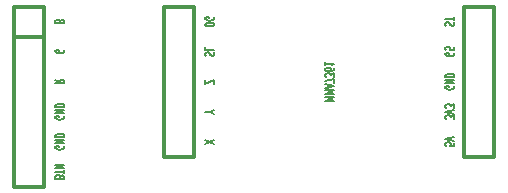
<source format=gbo>
G04 (created by PCBNEW (2013-jul-07)-stable) date wo 20 nov 2013 00:02:11 CET*
%MOIN*%
G04 Gerber Fmt 3.4, Leading zero omitted, Abs format*
%FSLAX34Y34*%
G01*
G70*
G90*
G04 APERTURE LIST*
%ADD10C,0.00393701*%
%ADD11C,0.005*%
%ADD12C,0.012*%
G04 APERTURE END LIST*
G54D10*
G54D11*
X22728Y-23097D02*
X23028Y-23097D01*
X22814Y-23030D01*
X23028Y-22964D01*
X22728Y-22964D01*
X22728Y-22869D02*
X23028Y-22869D01*
X22814Y-22802D01*
X23028Y-22735D01*
X22728Y-22735D01*
X22814Y-22650D02*
X22814Y-22554D01*
X22728Y-22669D02*
X23028Y-22602D01*
X22728Y-22535D01*
X23028Y-22488D02*
X23028Y-22354D01*
X22728Y-22440D01*
X23028Y-22297D02*
X23028Y-22173D01*
X22914Y-22240D01*
X22914Y-22211D01*
X22900Y-22192D01*
X22885Y-22183D01*
X22857Y-22173D01*
X22785Y-22173D01*
X22757Y-22183D01*
X22742Y-22192D01*
X22728Y-22211D01*
X22728Y-22269D01*
X22742Y-22288D01*
X22757Y-22297D01*
X23028Y-22002D02*
X23028Y-22040D01*
X23014Y-22059D01*
X23000Y-22069D01*
X22957Y-22088D01*
X22900Y-22097D01*
X22785Y-22097D01*
X22757Y-22088D01*
X22742Y-22078D01*
X22728Y-22059D01*
X22728Y-22021D01*
X22742Y-22002D01*
X22757Y-21992D01*
X22785Y-21983D01*
X22857Y-21983D01*
X22885Y-21992D01*
X22900Y-22002D01*
X22914Y-22021D01*
X22914Y-22059D01*
X22900Y-22078D01*
X22885Y-22088D01*
X22857Y-22097D01*
X22728Y-21792D02*
X22728Y-21907D01*
X22728Y-21849D02*
X23028Y-21849D01*
X22985Y-21869D01*
X22957Y-21888D01*
X22942Y-21907D01*
X26742Y-20583D02*
X26728Y-20554D01*
X26728Y-20507D01*
X26742Y-20488D01*
X26757Y-20478D01*
X26785Y-20469D01*
X26814Y-20469D01*
X26842Y-20478D01*
X26857Y-20488D01*
X26871Y-20507D01*
X26885Y-20545D01*
X26900Y-20564D01*
X26914Y-20573D01*
X26942Y-20583D01*
X26971Y-20583D01*
X27000Y-20573D01*
X27014Y-20564D01*
X27028Y-20545D01*
X27028Y-20497D01*
X27014Y-20469D01*
X27028Y-20411D02*
X27028Y-20297D01*
X26728Y-20354D02*
X27028Y-20354D01*
X19028Y-20559D02*
X19028Y-20540D01*
X19014Y-20521D01*
X19000Y-20511D01*
X18971Y-20502D01*
X18914Y-20492D01*
X18842Y-20492D01*
X18785Y-20502D01*
X18757Y-20511D01*
X18742Y-20521D01*
X18728Y-20540D01*
X18728Y-20559D01*
X18742Y-20578D01*
X18757Y-20588D01*
X18785Y-20597D01*
X18842Y-20607D01*
X18914Y-20607D01*
X18971Y-20597D01*
X19000Y-20588D01*
X19014Y-20578D01*
X19028Y-20559D01*
X19014Y-20302D02*
X19028Y-20321D01*
X19028Y-20350D01*
X19014Y-20378D01*
X18985Y-20397D01*
X18957Y-20407D01*
X18900Y-20416D01*
X18857Y-20416D01*
X18800Y-20407D01*
X18771Y-20397D01*
X18742Y-20378D01*
X18728Y-20350D01*
X18728Y-20330D01*
X18742Y-20302D01*
X18757Y-20292D01*
X18857Y-20292D01*
X18857Y-20330D01*
X27014Y-21492D02*
X27028Y-21511D01*
X27028Y-21540D01*
X27014Y-21569D01*
X26985Y-21588D01*
X26957Y-21597D01*
X26900Y-21607D01*
X26857Y-21607D01*
X26800Y-21597D01*
X26771Y-21588D01*
X26742Y-21569D01*
X26728Y-21540D01*
X26728Y-21521D01*
X26742Y-21492D01*
X26757Y-21483D01*
X26857Y-21483D01*
X26857Y-21521D01*
X26742Y-21407D02*
X26728Y-21378D01*
X26728Y-21330D01*
X26742Y-21311D01*
X26757Y-21302D01*
X26785Y-21292D01*
X26814Y-21292D01*
X26842Y-21302D01*
X26857Y-21311D01*
X26871Y-21330D01*
X26885Y-21369D01*
X26900Y-21388D01*
X26914Y-21397D01*
X26942Y-21407D01*
X26971Y-21407D01*
X27000Y-21397D01*
X27014Y-21388D01*
X27028Y-21369D01*
X27028Y-21321D01*
X27014Y-21292D01*
X27014Y-22602D02*
X27028Y-22621D01*
X27028Y-22650D01*
X27014Y-22678D01*
X26985Y-22697D01*
X26957Y-22707D01*
X26900Y-22716D01*
X26857Y-22716D01*
X26800Y-22707D01*
X26771Y-22697D01*
X26742Y-22678D01*
X26728Y-22650D01*
X26728Y-22630D01*
X26742Y-22602D01*
X26757Y-22592D01*
X26857Y-22592D01*
X26857Y-22630D01*
X26728Y-22507D02*
X27028Y-22507D01*
X26728Y-22392D01*
X27028Y-22392D01*
X26728Y-22297D02*
X27028Y-22297D01*
X27028Y-22250D01*
X27014Y-22221D01*
X26985Y-22202D01*
X26957Y-22192D01*
X26900Y-22183D01*
X26857Y-22183D01*
X26800Y-22192D01*
X26771Y-22202D01*
X26742Y-22221D01*
X26728Y-22250D01*
X26728Y-22297D01*
X27028Y-23697D02*
X27028Y-23573D01*
X26914Y-23640D01*
X26914Y-23611D01*
X26900Y-23592D01*
X26885Y-23583D01*
X26857Y-23573D01*
X26785Y-23573D01*
X26757Y-23583D01*
X26742Y-23592D01*
X26728Y-23611D01*
X26728Y-23669D01*
X26742Y-23688D01*
X26757Y-23697D01*
X27028Y-23516D02*
X26728Y-23450D01*
X27028Y-23383D01*
X27028Y-23335D02*
X27028Y-23211D01*
X26914Y-23278D01*
X26914Y-23249D01*
X26900Y-23230D01*
X26885Y-23221D01*
X26857Y-23211D01*
X26785Y-23211D01*
X26757Y-23221D01*
X26742Y-23230D01*
X26728Y-23249D01*
X26728Y-23307D01*
X26742Y-23326D01*
X26757Y-23335D01*
X27028Y-24488D02*
X27028Y-24583D01*
X26885Y-24592D01*
X26900Y-24583D01*
X26914Y-24564D01*
X26914Y-24516D01*
X26900Y-24497D01*
X26885Y-24488D01*
X26857Y-24478D01*
X26785Y-24478D01*
X26757Y-24488D01*
X26742Y-24497D01*
X26728Y-24516D01*
X26728Y-24564D01*
X26742Y-24583D01*
X26757Y-24592D01*
X27028Y-24421D02*
X26728Y-24354D01*
X27028Y-24288D01*
X18742Y-21588D02*
X18728Y-21559D01*
X18728Y-21511D01*
X18742Y-21492D01*
X18757Y-21483D01*
X18785Y-21473D01*
X18814Y-21473D01*
X18842Y-21483D01*
X18857Y-21492D01*
X18871Y-21511D01*
X18885Y-21550D01*
X18900Y-21569D01*
X18914Y-21578D01*
X18942Y-21588D01*
X18971Y-21588D01*
X19000Y-21578D01*
X19014Y-21569D01*
X19028Y-21550D01*
X19028Y-21502D01*
X19014Y-21473D01*
X18728Y-21292D02*
X18728Y-21388D01*
X19028Y-21388D01*
X19028Y-22516D02*
X19028Y-22383D01*
X18728Y-22516D01*
X18728Y-22383D01*
X18871Y-23450D02*
X18728Y-23450D01*
X19028Y-23516D02*
X18871Y-23450D01*
X19028Y-23383D01*
X19028Y-24516D02*
X18728Y-24383D01*
X19028Y-24383D02*
X18728Y-24516D01*
X13885Y-25616D02*
X13871Y-25588D01*
X13857Y-25578D01*
X13828Y-25569D01*
X13785Y-25569D01*
X13757Y-25578D01*
X13742Y-25588D01*
X13728Y-25607D01*
X13728Y-25683D01*
X14028Y-25683D01*
X14028Y-25616D01*
X14014Y-25597D01*
X14000Y-25588D01*
X13971Y-25578D01*
X13942Y-25578D01*
X13914Y-25588D01*
X13900Y-25597D01*
X13885Y-25616D01*
X13885Y-25683D01*
X14028Y-25511D02*
X14028Y-25397D01*
X13728Y-25454D02*
X14028Y-25454D01*
X13728Y-25330D02*
X14028Y-25330D01*
X13728Y-25216D01*
X14028Y-25216D01*
X14014Y-24602D02*
X14028Y-24621D01*
X14028Y-24650D01*
X14014Y-24678D01*
X13985Y-24697D01*
X13957Y-24707D01*
X13900Y-24716D01*
X13857Y-24716D01*
X13800Y-24707D01*
X13771Y-24697D01*
X13742Y-24678D01*
X13728Y-24650D01*
X13728Y-24630D01*
X13742Y-24602D01*
X13757Y-24592D01*
X13857Y-24592D01*
X13857Y-24630D01*
X13728Y-24507D02*
X14028Y-24507D01*
X13728Y-24392D01*
X14028Y-24392D01*
X13728Y-24297D02*
X14028Y-24297D01*
X14028Y-24250D01*
X14014Y-24221D01*
X13985Y-24202D01*
X13957Y-24192D01*
X13900Y-24183D01*
X13857Y-24183D01*
X13800Y-24192D01*
X13771Y-24202D01*
X13742Y-24221D01*
X13728Y-24250D01*
X13728Y-24297D01*
X14014Y-23602D02*
X14028Y-23621D01*
X14028Y-23650D01*
X14014Y-23678D01*
X13985Y-23697D01*
X13957Y-23707D01*
X13900Y-23716D01*
X13857Y-23716D01*
X13800Y-23707D01*
X13771Y-23697D01*
X13742Y-23678D01*
X13728Y-23650D01*
X13728Y-23630D01*
X13742Y-23602D01*
X13757Y-23592D01*
X13857Y-23592D01*
X13857Y-23630D01*
X13728Y-23507D02*
X14028Y-23507D01*
X13728Y-23392D01*
X14028Y-23392D01*
X13728Y-23297D02*
X14028Y-23297D01*
X14028Y-23250D01*
X14014Y-23221D01*
X13985Y-23202D01*
X13957Y-23192D01*
X13900Y-23183D01*
X13857Y-23183D01*
X13800Y-23192D01*
X13771Y-23202D01*
X13742Y-23221D01*
X13728Y-23250D01*
X13728Y-23297D01*
X13885Y-20435D02*
X13871Y-20407D01*
X13857Y-20397D01*
X13828Y-20388D01*
X13785Y-20388D01*
X13757Y-20397D01*
X13742Y-20407D01*
X13728Y-20426D01*
X13728Y-20502D01*
X14028Y-20502D01*
X14028Y-20435D01*
X14014Y-20416D01*
X14000Y-20407D01*
X13971Y-20397D01*
X13942Y-20397D01*
X13914Y-20407D01*
X13900Y-20416D01*
X13885Y-20435D01*
X13885Y-20502D01*
X14014Y-21397D02*
X14028Y-21416D01*
X14028Y-21445D01*
X14014Y-21473D01*
X13985Y-21492D01*
X13957Y-21502D01*
X13900Y-21511D01*
X13857Y-21511D01*
X13800Y-21502D01*
X13771Y-21492D01*
X13742Y-21473D01*
X13728Y-21445D01*
X13728Y-21426D01*
X13742Y-21397D01*
X13757Y-21388D01*
X13857Y-21388D01*
X13857Y-21426D01*
X13728Y-22388D02*
X13871Y-22454D01*
X13728Y-22502D02*
X14028Y-22502D01*
X14028Y-22426D01*
X14014Y-22407D01*
X14000Y-22397D01*
X13971Y-22388D01*
X13928Y-22388D01*
X13900Y-22397D01*
X13885Y-22407D01*
X13871Y-22426D01*
X13871Y-22502D01*
G54D12*
X12350Y-19950D02*
X13350Y-19950D01*
X13350Y-19950D02*
X13350Y-25950D01*
X13350Y-25950D02*
X12350Y-25950D01*
X12350Y-25950D02*
X12350Y-19950D01*
X12350Y-20950D02*
X13350Y-20950D01*
X17350Y-24950D02*
X18350Y-24950D01*
X18350Y-19950D02*
X17350Y-19950D01*
X17350Y-24950D02*
X17350Y-19950D01*
X18350Y-19950D02*
X18350Y-24950D01*
X27350Y-24950D02*
X28350Y-24950D01*
X28350Y-19950D02*
X27350Y-19950D01*
X27350Y-24950D02*
X27350Y-19950D01*
X28350Y-19950D02*
X28350Y-24950D01*
M02*

</source>
